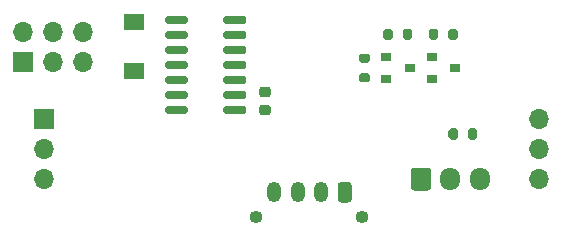
<source format=gbr>
%TF.GenerationSoftware,KiCad,Pcbnew,(5.1.9-0-10_14)*%
%TF.CreationDate,2021-05-08T21:12:27+02:00*%
%TF.ProjectId,MFM-Module-SEN0313,4d464d2d-4d6f-4647-956c-652d53454e30,rev?*%
%TF.SameCoordinates,PX82714f8PY6141b48*%
%TF.FileFunction,Soldermask,Top*%
%TF.FilePolarity,Negative*%
%FSLAX46Y46*%
G04 Gerber Fmt 4.6, Leading zero omitted, Abs format (unit mm)*
G04 Created by KiCad (PCBNEW (5.1.9-0-10_14)) date 2021-05-08 21:12:27*
%MOMM*%
%LPD*%
G01*
G04 APERTURE LIST*
%ADD10O,1.700000X1.700000*%
%ADD11R,1.700000X1.700000*%
%ADD12R,1.800000X1.350000*%
%ADD13O,1.100000X1.100000*%
%ADD14O,1.200000X1.750000*%
%ADD15O,1.700000X1.950000*%
%ADD16R,0.900000X0.800000*%
G04 APERTURE END LIST*
D10*
%TO.C,J2*%
X45974000Y15049500D03*
X45974000Y12509500D03*
X45974000Y9969500D03*
X4064000Y9969500D03*
X4064000Y12509500D03*
D11*
X4064000Y15049500D03*
%TD*%
%TO.C,J1*%
X2349500Y19875500D03*
D10*
X2349500Y22415500D03*
X4889500Y19875500D03*
X4889500Y22415500D03*
X7429500Y19875500D03*
X7429500Y22415500D03*
%TD*%
D12*
%TO.C,SW1*%
X11747500Y23284000D03*
X11747500Y19134000D03*
%TD*%
%TO.C,C1*%
G36*
G01*
X22546500Y17798500D02*
X23046500Y17798500D01*
G75*
G02*
X23271500Y17573500I0J-225000D01*
G01*
X23271500Y17123500D01*
G75*
G02*
X23046500Y16898500I-225000J0D01*
G01*
X22546500Y16898500D01*
G75*
G02*
X22321500Y17123500I0J225000D01*
G01*
X22321500Y17573500D01*
G75*
G02*
X22546500Y17798500I225000J0D01*
G01*
G37*
G36*
G01*
X22546500Y16248500D02*
X23046500Y16248500D01*
G75*
G02*
X23271500Y16023500I0J-225000D01*
G01*
X23271500Y15573500D01*
G75*
G02*
X23046500Y15348500I-225000J0D01*
G01*
X22546500Y15348500D01*
G75*
G02*
X22321500Y15573500I0J225000D01*
G01*
X22321500Y16023500D01*
G75*
G02*
X22546500Y16248500I225000J0D01*
G01*
G37*
%TD*%
D13*
%TO.C,J3*%
X31057001Y6751999D03*
D14*
X23557001Y8851999D03*
X25557001Y8851999D03*
X27557001Y8851999D03*
G36*
G01*
X28957001Y8276999D02*
X28957001Y9426999D01*
G75*
G02*
X29257001Y9726999I300000J0D01*
G01*
X29857001Y9726999D01*
G75*
G02*
X30157001Y9426999I0J-300000D01*
G01*
X30157001Y8276999D01*
G75*
G02*
X29857001Y7976999I-300000J0D01*
G01*
X29257001Y7976999D01*
G75*
G02*
X28957001Y8276999I0J300000D01*
G01*
G37*
D13*
X22057001Y6751999D03*
%TD*%
%TO.C,R1*%
G36*
G01*
X40785500Y14054500D02*
X40785500Y13504500D01*
G75*
G02*
X40585500Y13304500I-200000J0D01*
G01*
X40185500Y13304500D01*
G75*
G02*
X39985500Y13504500I0J200000D01*
G01*
X39985500Y14054500D01*
G75*
G02*
X40185500Y14254500I200000J0D01*
G01*
X40585500Y14254500D01*
G75*
G02*
X40785500Y14054500I0J-200000D01*
G01*
G37*
G36*
G01*
X39135500Y14054500D02*
X39135500Y13504500D01*
G75*
G02*
X38935500Y13304500I-200000J0D01*
G01*
X38535500Y13304500D01*
G75*
G02*
X38335500Y13504500I0J200000D01*
G01*
X38335500Y14054500D01*
G75*
G02*
X38535500Y14254500I200000J0D01*
G01*
X38935500Y14254500D01*
G75*
G02*
X39135500Y14054500I0J-200000D01*
G01*
G37*
%TD*%
%TO.C,U2*%
G36*
G01*
X35157001Y9244500D02*
X35157001Y10694500D01*
G75*
G02*
X35407001Y10944500I250000J0D01*
G01*
X36607001Y10944500D01*
G75*
G02*
X36857001Y10694500I0J-250000D01*
G01*
X36857001Y9244500D01*
G75*
G02*
X36607001Y8994500I-250000J0D01*
G01*
X35407001Y8994500D01*
G75*
G02*
X35157001Y9244500I0J250000D01*
G01*
G37*
D15*
X38507001Y9969500D03*
X41007001Y9969500D03*
%TD*%
%TO.C,U1*%
G36*
G01*
X21230000Y15961500D02*
X21230000Y15661500D01*
G75*
G02*
X21080000Y15511500I-150000J0D01*
G01*
X19430000Y15511500D01*
G75*
G02*
X19280000Y15661500I0J150000D01*
G01*
X19280000Y15961500D01*
G75*
G02*
X19430000Y16111500I150000J0D01*
G01*
X21080000Y16111500D01*
G75*
G02*
X21230000Y15961500I0J-150000D01*
G01*
G37*
G36*
G01*
X21230000Y17231500D02*
X21230000Y16931500D01*
G75*
G02*
X21080000Y16781500I-150000J0D01*
G01*
X19430000Y16781500D01*
G75*
G02*
X19280000Y16931500I0J150000D01*
G01*
X19280000Y17231500D01*
G75*
G02*
X19430000Y17381500I150000J0D01*
G01*
X21080000Y17381500D01*
G75*
G02*
X21230000Y17231500I0J-150000D01*
G01*
G37*
G36*
G01*
X21230000Y18501500D02*
X21230000Y18201500D01*
G75*
G02*
X21080000Y18051500I-150000J0D01*
G01*
X19430000Y18051500D01*
G75*
G02*
X19280000Y18201500I0J150000D01*
G01*
X19280000Y18501500D01*
G75*
G02*
X19430000Y18651500I150000J0D01*
G01*
X21080000Y18651500D01*
G75*
G02*
X21230000Y18501500I0J-150000D01*
G01*
G37*
G36*
G01*
X21230000Y19771500D02*
X21230000Y19471500D01*
G75*
G02*
X21080000Y19321500I-150000J0D01*
G01*
X19430000Y19321500D01*
G75*
G02*
X19280000Y19471500I0J150000D01*
G01*
X19280000Y19771500D01*
G75*
G02*
X19430000Y19921500I150000J0D01*
G01*
X21080000Y19921500D01*
G75*
G02*
X21230000Y19771500I0J-150000D01*
G01*
G37*
G36*
G01*
X21230000Y21041500D02*
X21230000Y20741500D01*
G75*
G02*
X21080000Y20591500I-150000J0D01*
G01*
X19430000Y20591500D01*
G75*
G02*
X19280000Y20741500I0J150000D01*
G01*
X19280000Y21041500D01*
G75*
G02*
X19430000Y21191500I150000J0D01*
G01*
X21080000Y21191500D01*
G75*
G02*
X21230000Y21041500I0J-150000D01*
G01*
G37*
G36*
G01*
X21230000Y22311500D02*
X21230000Y22011500D01*
G75*
G02*
X21080000Y21861500I-150000J0D01*
G01*
X19430000Y21861500D01*
G75*
G02*
X19280000Y22011500I0J150000D01*
G01*
X19280000Y22311500D01*
G75*
G02*
X19430000Y22461500I150000J0D01*
G01*
X21080000Y22461500D01*
G75*
G02*
X21230000Y22311500I0J-150000D01*
G01*
G37*
G36*
G01*
X21230000Y23581500D02*
X21230000Y23281500D01*
G75*
G02*
X21080000Y23131500I-150000J0D01*
G01*
X19430000Y23131500D01*
G75*
G02*
X19280000Y23281500I0J150000D01*
G01*
X19280000Y23581500D01*
G75*
G02*
X19430000Y23731500I150000J0D01*
G01*
X21080000Y23731500D01*
G75*
G02*
X21230000Y23581500I0J-150000D01*
G01*
G37*
G36*
G01*
X16280000Y23581500D02*
X16280000Y23281500D01*
G75*
G02*
X16130000Y23131500I-150000J0D01*
G01*
X14480000Y23131500D01*
G75*
G02*
X14330000Y23281500I0J150000D01*
G01*
X14330000Y23581500D01*
G75*
G02*
X14480000Y23731500I150000J0D01*
G01*
X16130000Y23731500D01*
G75*
G02*
X16280000Y23581500I0J-150000D01*
G01*
G37*
G36*
G01*
X16280000Y22311500D02*
X16280000Y22011500D01*
G75*
G02*
X16130000Y21861500I-150000J0D01*
G01*
X14480000Y21861500D01*
G75*
G02*
X14330000Y22011500I0J150000D01*
G01*
X14330000Y22311500D01*
G75*
G02*
X14480000Y22461500I150000J0D01*
G01*
X16130000Y22461500D01*
G75*
G02*
X16280000Y22311500I0J-150000D01*
G01*
G37*
G36*
G01*
X16280000Y21041500D02*
X16280000Y20741500D01*
G75*
G02*
X16130000Y20591500I-150000J0D01*
G01*
X14480000Y20591500D01*
G75*
G02*
X14330000Y20741500I0J150000D01*
G01*
X14330000Y21041500D01*
G75*
G02*
X14480000Y21191500I150000J0D01*
G01*
X16130000Y21191500D01*
G75*
G02*
X16280000Y21041500I0J-150000D01*
G01*
G37*
G36*
G01*
X16280000Y19771500D02*
X16280000Y19471500D01*
G75*
G02*
X16130000Y19321500I-150000J0D01*
G01*
X14480000Y19321500D01*
G75*
G02*
X14330000Y19471500I0J150000D01*
G01*
X14330000Y19771500D01*
G75*
G02*
X14480000Y19921500I150000J0D01*
G01*
X16130000Y19921500D01*
G75*
G02*
X16280000Y19771500I0J-150000D01*
G01*
G37*
G36*
G01*
X16280000Y18501500D02*
X16280000Y18201500D01*
G75*
G02*
X16130000Y18051500I-150000J0D01*
G01*
X14480000Y18051500D01*
G75*
G02*
X14330000Y18201500I0J150000D01*
G01*
X14330000Y18501500D01*
G75*
G02*
X14480000Y18651500I150000J0D01*
G01*
X16130000Y18651500D01*
G75*
G02*
X16280000Y18501500I0J-150000D01*
G01*
G37*
G36*
G01*
X16280000Y17231500D02*
X16280000Y16931500D01*
G75*
G02*
X16130000Y16781500I-150000J0D01*
G01*
X14480000Y16781500D01*
G75*
G02*
X14330000Y16931500I0J150000D01*
G01*
X14330000Y17231500D01*
G75*
G02*
X14480000Y17381500I150000J0D01*
G01*
X16130000Y17381500D01*
G75*
G02*
X16280000Y17231500I0J-150000D01*
G01*
G37*
G36*
G01*
X16280000Y15961500D02*
X16280000Y15661500D01*
G75*
G02*
X16130000Y15511500I-150000J0D01*
G01*
X14480000Y15511500D01*
G75*
G02*
X14330000Y15661500I0J150000D01*
G01*
X14330000Y15961500D01*
G75*
G02*
X14480000Y16111500I150000J0D01*
G01*
X16130000Y16111500D01*
G75*
G02*
X16280000Y15961500I0J-150000D01*
G01*
G37*
%TD*%
D16*
%TO.C,Q1*%
X35046501Y19370499D03*
X33046501Y18420499D03*
X33046501Y20320499D03*
%TD*%
%TO.C,Q2*%
X36909500Y20317500D03*
X36909500Y18417500D03*
X38909500Y19367500D03*
%TD*%
%TO.C,R2*%
G36*
G01*
X30967000Y20592500D02*
X31517000Y20592500D01*
G75*
G02*
X31717000Y20392500I0J-200000D01*
G01*
X31717000Y19992500D01*
G75*
G02*
X31517000Y19792500I-200000J0D01*
G01*
X30967000Y19792500D01*
G75*
G02*
X30767000Y19992500I0J200000D01*
G01*
X30767000Y20392500D01*
G75*
G02*
X30967000Y20592500I200000J0D01*
G01*
G37*
G36*
G01*
X30967000Y18942500D02*
X31517000Y18942500D01*
G75*
G02*
X31717000Y18742500I0J-200000D01*
G01*
X31717000Y18342500D01*
G75*
G02*
X31517000Y18142500I-200000J0D01*
G01*
X30967000Y18142500D01*
G75*
G02*
X30767000Y18342500I0J200000D01*
G01*
X30767000Y18742500D01*
G75*
G02*
X30967000Y18942500I200000J0D01*
G01*
G37*
%TD*%
%TO.C,R3*%
G36*
G01*
X34461000Y21950000D02*
X34461000Y22500000D01*
G75*
G02*
X34661000Y22700000I200000J0D01*
G01*
X35061000Y22700000D01*
G75*
G02*
X35261000Y22500000I0J-200000D01*
G01*
X35261000Y21950000D01*
G75*
G02*
X35061000Y21750000I-200000J0D01*
G01*
X34661000Y21750000D01*
G75*
G02*
X34461000Y21950000I0J200000D01*
G01*
G37*
G36*
G01*
X32811000Y21950000D02*
X32811000Y22500000D01*
G75*
G02*
X33011000Y22700000I200000J0D01*
G01*
X33411000Y22700000D01*
G75*
G02*
X33611000Y22500000I0J-200000D01*
G01*
X33611000Y21950000D01*
G75*
G02*
X33411000Y21750000I-200000J0D01*
G01*
X33011000Y21750000D01*
G75*
G02*
X32811000Y21950000I0J200000D01*
G01*
G37*
%TD*%
%TO.C,R4*%
G36*
G01*
X39134500Y22500000D02*
X39134500Y21950000D01*
G75*
G02*
X38934500Y21750000I-200000J0D01*
G01*
X38534500Y21750000D01*
G75*
G02*
X38334500Y21950000I0J200000D01*
G01*
X38334500Y22500000D01*
G75*
G02*
X38534500Y22700000I200000J0D01*
G01*
X38934500Y22700000D01*
G75*
G02*
X39134500Y22500000I0J-200000D01*
G01*
G37*
G36*
G01*
X37484500Y22500000D02*
X37484500Y21950000D01*
G75*
G02*
X37284500Y21750000I-200000J0D01*
G01*
X36884500Y21750000D01*
G75*
G02*
X36684500Y21950000I0J200000D01*
G01*
X36684500Y22500000D01*
G75*
G02*
X36884500Y22700000I200000J0D01*
G01*
X37284500Y22700000D01*
G75*
G02*
X37484500Y22500000I0J-200000D01*
G01*
G37*
%TD*%
M02*

</source>
